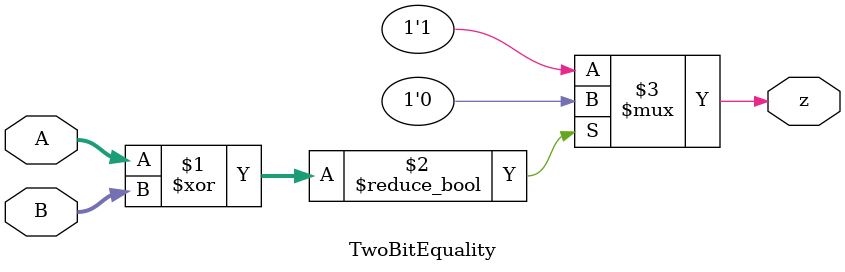
<source format=v>


module TwoBitEquality
(
  input [1:0] A,
  input [1:0] B,
  output z
);

  assign z = (A ^ B)? 1'b0 : 1'b1;

endmodule


</source>
